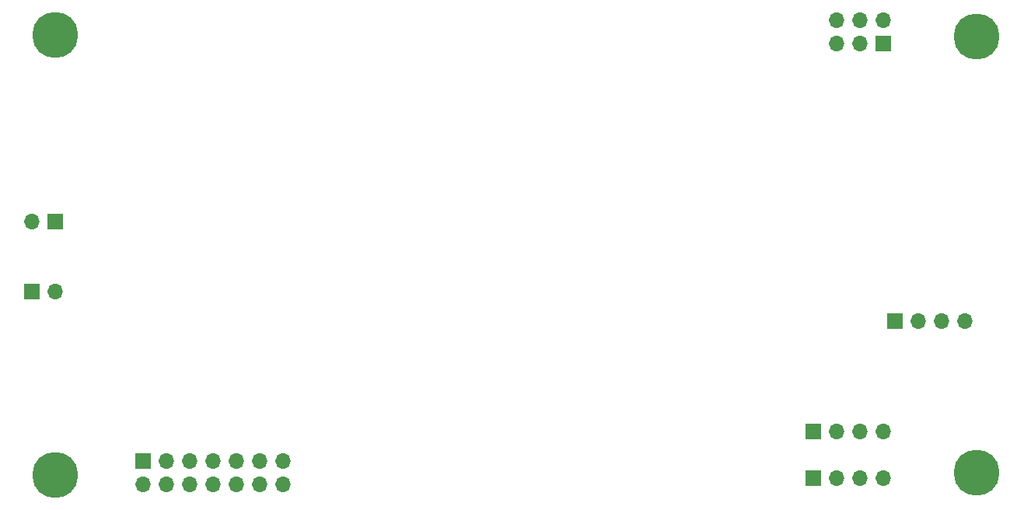
<source format=gbr>
%TF.GenerationSoftware,KiCad,Pcbnew,(5.1.9)-1*%
%TF.CreationDate,2021-07-21T07:35:28-05:00*%
%TF.ProjectId,SE_placa,53455f70-6c61-4636-912e-6b696361645f,A*%
%TF.SameCoordinates,Original*%
%TF.FileFunction,Soldermask,Bot*%
%TF.FilePolarity,Negative*%
%FSLAX46Y46*%
G04 Gerber Fmt 4.6, Leading zero omitted, Abs format (unit mm)*
G04 Created by KiCad (PCBNEW (5.1.9)-1) date 2021-07-21 07:35:28*
%MOMM*%
%LPD*%
G01*
G04 APERTURE LIST*
%ADD10O,1.700000X1.700000*%
%ADD11R,1.700000X1.700000*%
%ADD12C,5.000000*%
G04 APERTURE END LIST*
D10*
%TO.C,J3*%
X140335000Y-72390000D03*
X140335000Y-69850000D03*
X137795000Y-72390000D03*
X137795000Y-69850000D03*
X135255000Y-72390000D03*
X135255000Y-69850000D03*
X132715000Y-72390000D03*
X132715000Y-69850000D03*
X130175000Y-72390000D03*
X130175000Y-69850000D03*
X127635000Y-72390000D03*
X127635000Y-69850000D03*
X125095000Y-72390000D03*
D11*
X125095000Y-69850000D03*
%TD*%
D10*
%TO.C,J6*%
X200660000Y-21844000D03*
X200660000Y-24384000D03*
X203200000Y-21844000D03*
X203200000Y-24384000D03*
X205740000Y-21844000D03*
D11*
X205740000Y-24384000D03*
%TD*%
D10*
%TO.C,J4*%
X205740000Y-66675000D03*
X203200000Y-66675000D03*
X200660000Y-66675000D03*
D11*
X198120000Y-66675000D03*
%TD*%
D10*
%TO.C,J8*%
X214630000Y-54610000D03*
X212090000Y-54610000D03*
X209550000Y-54610000D03*
D11*
X207010000Y-54610000D03*
%TD*%
%TO.C,J1*%
X113030000Y-51435000D03*
D10*
X115570000Y-51435000D03*
%TD*%
D11*
%TO.C,J5*%
X198120000Y-71755000D03*
D10*
X200660000Y-71755000D03*
X203200000Y-71755000D03*
X205740000Y-71755000D03*
%TD*%
%TO.C,J9*%
X113030000Y-43815000D03*
D11*
X115570000Y-43815000D03*
%TD*%
D12*
%TO.C,H1*%
X115570000Y-23495000D03*
%TD*%
%TO.C,H2*%
X215900000Y-23622000D03*
%TD*%
%TO.C,H3*%
X115570000Y-71374000D03*
%TD*%
%TO.C,H4*%
X215900000Y-71120000D03*
%TD*%
M02*

</source>
